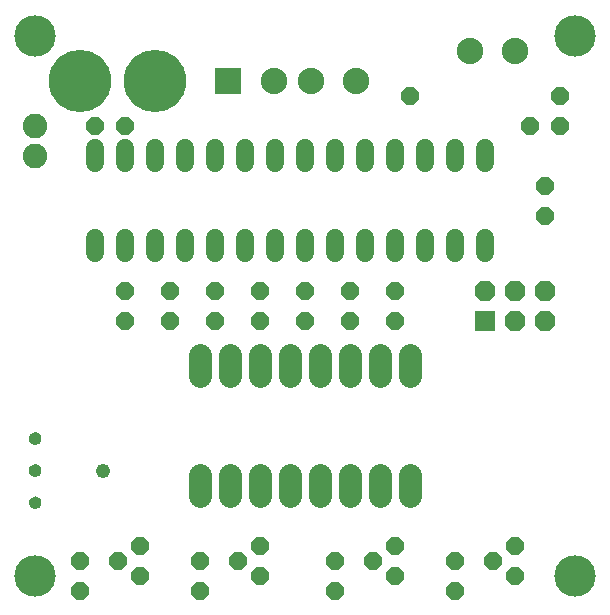
<source format=gts>
G75*
G70*
%OFA0B0*%
%FSLAX24Y24*%
%IPPOS*%
%LPD*%
%AMOC8*
5,1,8,0,0,1.08239X$1,22.5*
%
%ADD10C,0.1380*%
%ADD11C,0.0880*%
%ADD12C,0.2080*%
%ADD13C,0.0780*%
%ADD14OC8,0.0600*%
%ADD15C,0.0600*%
%ADD16R,0.0680X0.0680*%
%ADD17OC8,0.0680*%
%ADD18R,0.0880X0.0880*%
%ADD19C,0.0820*%
%ADD20C,0.0050*%
%ADD21C,0.0480*%
D10*
X001121Y001101D03*
X001121Y019101D03*
X019121Y019101D03*
X019121Y001101D03*
D11*
X011825Y017601D03*
X010307Y017601D03*
X009069Y017601D03*
X015621Y018601D03*
X017121Y018601D03*
D12*
X005121Y017601D03*
X002621Y017601D03*
D13*
X006621Y008451D02*
X006621Y007751D01*
X007621Y007751D02*
X007621Y008451D01*
X008621Y008451D02*
X008621Y007751D01*
X009621Y007751D02*
X009621Y008451D01*
X010621Y008451D02*
X010621Y007751D01*
X011621Y007751D02*
X011621Y008451D01*
X012621Y008451D02*
X012621Y007751D01*
X013621Y007751D02*
X013621Y008451D01*
X013621Y004451D02*
X013621Y003751D01*
X012621Y003751D02*
X012621Y004451D01*
X011621Y004451D02*
X011621Y003751D01*
X010621Y003751D02*
X010621Y004451D01*
X009621Y004451D02*
X009621Y003751D01*
X008621Y003751D02*
X008621Y004451D01*
X007621Y004451D02*
X007621Y003751D01*
X006621Y003751D02*
X006621Y004451D01*
D14*
X008621Y002101D03*
X007871Y001601D03*
X008621Y001101D03*
X006621Y001601D03*
X006621Y000601D03*
X004621Y001101D03*
X003871Y001601D03*
X004621Y002101D03*
X002621Y001601D03*
X002621Y000601D03*
X011121Y000601D03*
X011121Y001601D03*
X012371Y001601D03*
X013121Y002101D03*
X013121Y001101D03*
X015121Y001601D03*
X015121Y000601D03*
X016371Y001601D03*
X017121Y002101D03*
X017121Y001101D03*
X013121Y009601D03*
X013121Y010601D03*
X011621Y010601D03*
X011621Y009601D03*
X010121Y009601D03*
X010121Y010601D03*
X008621Y010601D03*
X008621Y009601D03*
X007121Y009601D03*
X007121Y010601D03*
X005621Y010601D03*
X005621Y009601D03*
X004121Y009601D03*
X004121Y010601D03*
X004121Y016101D03*
X003121Y016101D03*
X013621Y017101D03*
X017621Y016101D03*
X018621Y016101D03*
X018621Y017101D03*
X018121Y014101D03*
X018121Y013101D03*
D15*
X016121Y012361D02*
X016121Y011841D01*
X015121Y011841D02*
X015121Y012361D01*
X014121Y012361D02*
X014121Y011841D01*
X013121Y011841D02*
X013121Y012361D01*
X012121Y012361D02*
X012121Y011841D01*
X011121Y011841D02*
X011121Y012361D01*
X010121Y012361D02*
X010121Y011841D01*
X009121Y011841D02*
X009121Y012361D01*
X008121Y012361D02*
X008121Y011841D01*
X007121Y011841D02*
X007121Y012361D01*
X006121Y012361D02*
X006121Y011841D01*
X005121Y011841D02*
X005121Y012361D01*
X004121Y012361D02*
X004121Y011841D01*
X003121Y011841D02*
X003121Y012361D01*
X003121Y014841D02*
X003121Y015361D01*
X004121Y015361D02*
X004121Y014841D01*
X005121Y014841D02*
X005121Y015361D01*
X006121Y015361D02*
X006121Y014841D01*
X007121Y014841D02*
X007121Y015361D01*
X008121Y015361D02*
X008121Y014841D01*
X009121Y014841D02*
X009121Y015361D01*
X010121Y015361D02*
X010121Y014841D01*
X011121Y014841D02*
X011121Y015361D01*
X012121Y015361D02*
X012121Y014841D01*
X013121Y014841D02*
X013121Y015361D01*
X014121Y015361D02*
X014121Y014841D01*
X015121Y014841D02*
X015121Y015361D01*
X016121Y015361D02*
X016121Y014841D01*
D16*
X016121Y009601D03*
D17*
X016121Y010601D03*
X017121Y010601D03*
X018121Y010601D03*
X018121Y009601D03*
X017121Y009601D03*
D18*
X007551Y017601D03*
D19*
X001121Y016101D03*
X001121Y015101D03*
D20*
X001120Y005847D02*
X001081Y005843D01*
X001045Y005830D01*
X001012Y005810D01*
X000984Y005783D01*
X000964Y005750D01*
X000951Y005714D01*
X000946Y005676D01*
X000950Y005636D01*
X000962Y005599D01*
X000983Y005565D01*
X001010Y005536D01*
X001043Y005515D01*
X001081Y005501D01*
X001120Y005496D01*
X001160Y005501D01*
X001197Y005516D01*
X001231Y005538D01*
X001259Y005567D01*
X001279Y005601D01*
X001291Y005640D01*
X001295Y005680D01*
X001290Y005718D01*
X001276Y005754D01*
X001255Y005786D01*
X001227Y005812D01*
X001195Y005832D01*
X001158Y005843D01*
X001120Y005847D01*
X001043Y005829D02*
X001199Y005829D01*
X001259Y005780D02*
X000983Y005780D01*
X000957Y005732D02*
X001284Y005732D01*
X001294Y005683D02*
X000947Y005683D01*
X000950Y005635D02*
X001290Y005635D01*
X001270Y005586D02*
X000970Y005586D01*
X001009Y005538D02*
X001231Y005538D01*
X001155Y004773D02*
X001192Y004762D01*
X001224Y004742D01*
X001252Y004716D01*
X001273Y004684D01*
X001287Y004648D01*
X001292Y004610D01*
X001288Y004570D01*
X001276Y004531D01*
X001256Y004497D01*
X001228Y004468D01*
X001194Y004446D01*
X001157Y004431D01*
X001117Y004426D01*
X001078Y004431D01*
X001040Y004445D01*
X001007Y004466D01*
X000980Y004495D01*
X000959Y004529D01*
X000947Y004566D01*
X000943Y004606D01*
X000948Y004644D01*
X000961Y004680D01*
X000981Y004713D01*
X001009Y004740D01*
X001042Y004760D01*
X001079Y004773D01*
X001117Y004777D01*
X001155Y004773D01*
X001193Y004761D02*
X001044Y004761D01*
X000981Y004712D02*
X001254Y004712D01*
X001281Y004664D02*
X000955Y004664D01*
X000944Y004615D02*
X001291Y004615D01*
X001287Y004567D02*
X000947Y004567D01*
X000966Y004518D02*
X001268Y004518D01*
X001230Y004470D02*
X001004Y004470D01*
X001083Y003701D02*
X001121Y003705D01*
X001159Y003701D01*
X001196Y003690D01*
X001228Y003670D01*
X001256Y003644D01*
X001277Y003612D01*
X001291Y003576D01*
X001296Y003538D01*
X001292Y003498D01*
X001280Y003459D01*
X001260Y003425D01*
X001232Y003396D01*
X001198Y003374D01*
X001161Y003359D01*
X001121Y003354D01*
X001082Y003359D01*
X001044Y003373D01*
X001011Y003394D01*
X000984Y003423D01*
X000963Y003457D01*
X000951Y003494D01*
X000947Y003534D01*
X000952Y003572D01*
X000965Y003608D01*
X000986Y003641D01*
X001013Y003668D01*
X001046Y003688D01*
X001083Y003701D01*
X001060Y003693D02*
X001185Y003693D01*
X001255Y003644D02*
X000989Y003644D01*
X000960Y003596D02*
X001283Y003596D01*
X001295Y003547D02*
X000949Y003547D01*
X000950Y003499D02*
X001293Y003499D01*
X001275Y003450D02*
X000967Y003450D01*
X001004Y003402D02*
X001238Y003402D01*
D21*
X003371Y004601D03*
M02*

</source>
